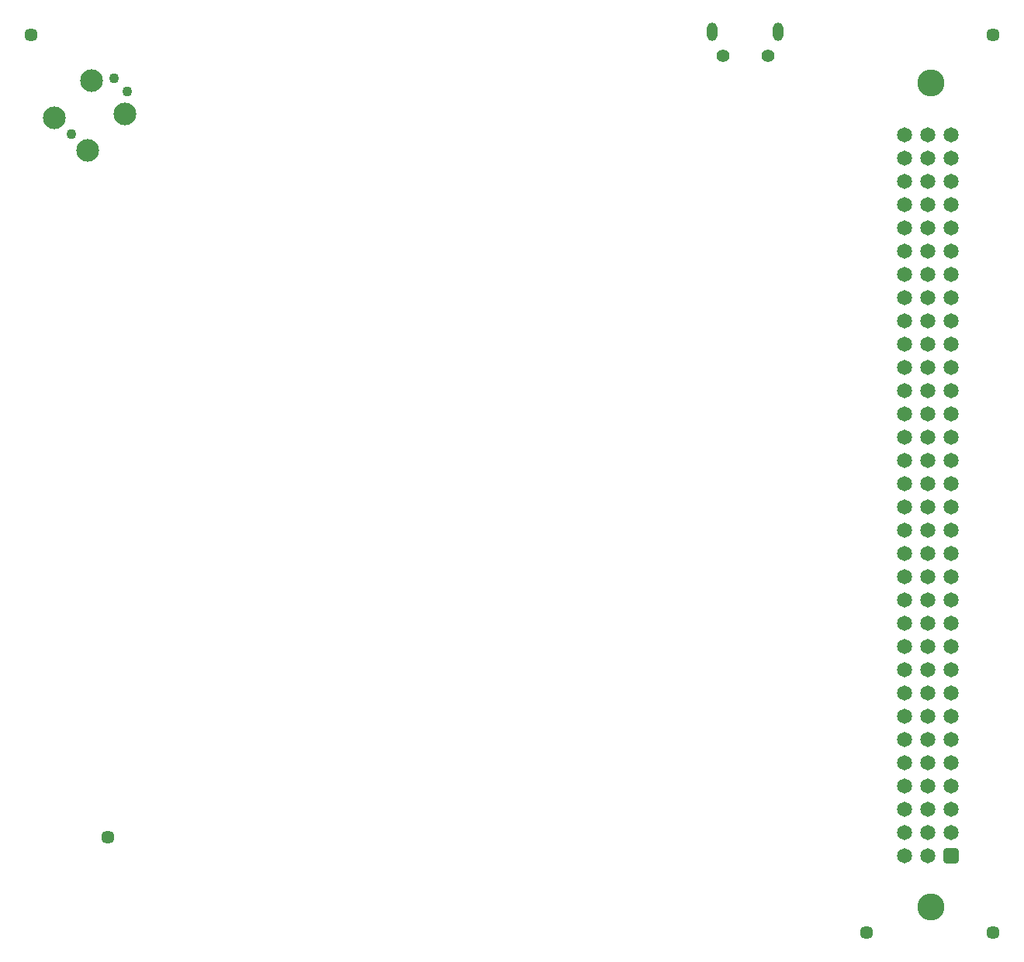
<source format=gbs>
G04 #@! TF.GenerationSoftware,KiCad,Pcbnew,(6.0.2-0)*
G04 #@! TF.CreationDate,2022-04-19T08:16:38-04:00*
G04 #@! TF.ProjectId,WarpSE,57617270-5345-42e6-9b69-6361645f7063,rev?*
G04 #@! TF.SameCoordinates,Original*
G04 #@! TF.FileFunction,Soldermask,Bot*
G04 #@! TF.FilePolarity,Negative*
%FSLAX46Y46*%
G04 Gerber Fmt 4.6, Leading zero omitted, Abs format (unit mm)*
G04 Created by KiCad (PCBNEW (6.0.2-0)) date 2022-04-19 08:16:38*
%MOMM*%
%LPD*%
G01*
G04 APERTURE LIST*
G04 Aperture macros list*
%AMRoundRect*
0 Rectangle with rounded corners*
0 $1 Rounding radius*
0 $2 $3 $4 $5 $6 $7 $8 $9 X,Y pos of 4 corners*
0 Add a 4 corners polygon primitive as box body*
4,1,4,$2,$3,$4,$5,$6,$7,$8,$9,$2,$3,0*
0 Add four circle primitives for the rounded corners*
1,1,$1+$1,$2,$3*
1,1,$1+$1,$4,$5*
1,1,$1+$1,$6,$7*
1,1,$1+$1,$8,$9*
0 Add four rect primitives between the rounded corners*
20,1,$1+$1,$2,$3,$4,$5,0*
20,1,$1+$1,$4,$5,$6,$7,0*
20,1,$1+$1,$6,$7,$8,$9,0*
20,1,$1+$1,$8,$9,$2,$3,0*%
G04 Aperture macros list end*
%ADD10C,2.950000*%
%ADD11RoundRect,0.299999X0.525001X0.525001X-0.525001X0.525001X-0.525001X-0.525001X0.525001X-0.525001X0*%
%ADD12C,1.650000*%
%ADD13C,1.448000*%
%ADD14C,2.474900*%
%ADD15C,1.090600*%
%ADD16O,1.170000X2.000000*%
%ADD17C,1.400000*%
G04 APERTURE END LIST*
D10*
X203500000Y-135170000D03*
X203500000Y-45170000D03*
D11*
X205740000Y-129540000D03*
D12*
X205740000Y-127000000D03*
X205740000Y-124460000D03*
X205740000Y-121920000D03*
X205740000Y-119380000D03*
X205740000Y-116840000D03*
X205740000Y-114300000D03*
X205740000Y-111760000D03*
X205740000Y-109220000D03*
X205740000Y-106680000D03*
X205740000Y-104140000D03*
X205740000Y-101600000D03*
X205740000Y-99060000D03*
X205740000Y-96520000D03*
X205740000Y-93980000D03*
X205740000Y-91440000D03*
X205740000Y-88900000D03*
X205740000Y-86360000D03*
X205740000Y-83820000D03*
X205740000Y-81280000D03*
X205740000Y-78740000D03*
X205740000Y-76200000D03*
X205740000Y-73660000D03*
X205740000Y-71120000D03*
X205740000Y-68580000D03*
X205740000Y-66040000D03*
X205740000Y-63500000D03*
X205740000Y-60960000D03*
X205740000Y-58420000D03*
X205740000Y-55880000D03*
X205740000Y-53340000D03*
X205740000Y-50800000D03*
X203200000Y-129540000D03*
X203200000Y-127000000D03*
X203200000Y-124460000D03*
X203200000Y-121920000D03*
X203200000Y-119380000D03*
X203200000Y-116840000D03*
X203200000Y-114300000D03*
X203200000Y-111760000D03*
X203200000Y-109220000D03*
X203200000Y-106680000D03*
X203200000Y-104140000D03*
X203200000Y-101600000D03*
X203200000Y-99060000D03*
X203200000Y-96520000D03*
X203200000Y-93980000D03*
X203200000Y-91440000D03*
X203200000Y-88900000D03*
X203200000Y-86360000D03*
X203200000Y-83820000D03*
X203200000Y-81280000D03*
X203200000Y-78740000D03*
X203200000Y-76200000D03*
X203200000Y-73660000D03*
X203200000Y-71120000D03*
X203200000Y-68580000D03*
X203200000Y-66040000D03*
X203200000Y-63500000D03*
X203200000Y-60960000D03*
X203200000Y-58420000D03*
X203200000Y-55880000D03*
X203200000Y-53340000D03*
X203200000Y-50800000D03*
X200660000Y-129540000D03*
X200660000Y-127000000D03*
X200660000Y-124460000D03*
X200660000Y-121920000D03*
X200660000Y-119380000D03*
X200660000Y-116840000D03*
X200660000Y-114300000D03*
X200660000Y-111760000D03*
X200660000Y-109220000D03*
X200660000Y-106680000D03*
X200660000Y-104140000D03*
X200660000Y-101600000D03*
X200660000Y-99060000D03*
X200660000Y-96520000D03*
X200660000Y-93980000D03*
X200660000Y-91440000D03*
X200660000Y-88900000D03*
X200660000Y-86360000D03*
X200660000Y-83820000D03*
X200660000Y-81280000D03*
X200660000Y-78740000D03*
X200660000Y-76200000D03*
X200660000Y-73660000D03*
X200660000Y-71120000D03*
X200660000Y-68580000D03*
X200660000Y-66040000D03*
X200660000Y-63500000D03*
X200660000Y-60960000D03*
X200660000Y-58420000D03*
X200660000Y-55880000D03*
X200660000Y-53340000D03*
X200660000Y-50800000D03*
D13*
X105283000Y-39878000D03*
X210312000Y-39878000D03*
X210312000Y-137922000D03*
X196469000Y-137922000D03*
X113665000Y-127508000D03*
D14*
X111447012Y-52537064D03*
D15*
X109650961Y-50741013D03*
X114320694Y-44634439D03*
D14*
X111896025Y-44903846D03*
X107854910Y-48944962D03*
X115488128Y-48495949D03*
D15*
X115757535Y-46071280D03*
D16*
X179650000Y-39562500D03*
X186850000Y-39562500D03*
D17*
X185675000Y-42212500D03*
X180825000Y-42212500D03*
M02*

</source>
